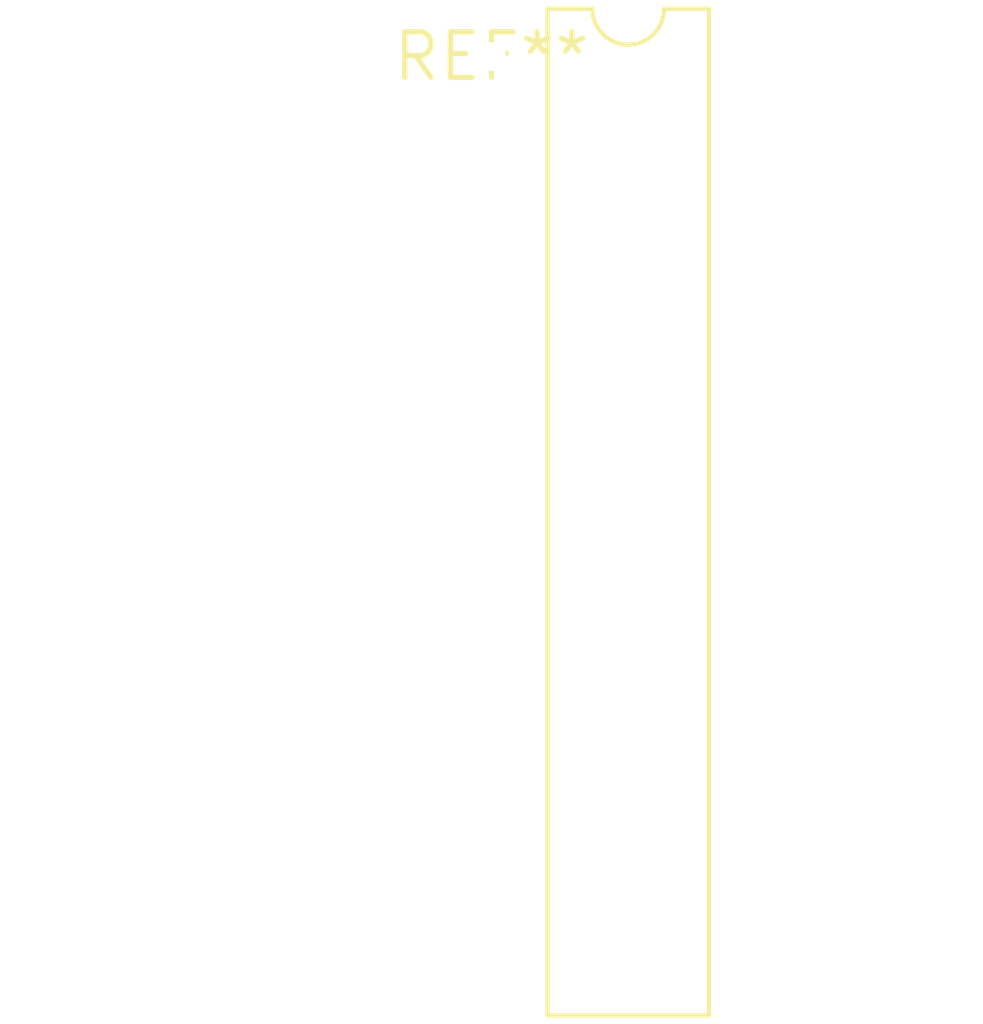
<source format=kicad_pcb>
(kicad_pcb (version 20240108) (generator pcbnew)
  (layers (0 "F.Cu" signal) (31 "B.Cu" signal) (34 "B.Paste" user) (35 "F.Paste" user) (36 "B.SilkS" user "B.Silkscreen") (37 "F.SilkS" user "F.Silkscreen") (38 "B.Mask" user) (39 "F.Mask" user) (44 "Edge.Cuts" user))
  (net 0 "")
  (footprint "DIP-22_W7.62mm_LongPads" (layer "F.Cu") (at 0 0)
    (property "Reference" "REF**")
    (property "Value" "DIP-22_W7.62mm_LongPads")
    (fp_line (start 1.56 -1.33) (end 1.56 26.73) (layer "F.SilkS") (stroke (width 0.12)))
    (fp_line (start 1.56 26.73) (end 6.06 26.73) (layer "F.SilkS") (stroke (width 0.12)))
    (fp_line (start 2.81 -1.33) (end 1.56 -1.33) (layer "F.SilkS") (stroke (width 0.12)))
    (fp_line (start 6.06 -1.33) (end 4.81 -1.33) (layer "F.SilkS") (stroke (width 0.12)))
    (fp_line (start 6.06 26.73) (end 6.06 -1.33) (layer "F.SilkS") (stroke (width 0.12)))
    (fp_arc (start 4.81 -1.33) (mid 3.81 -0.33) (end 2.81 -1.33) (layer "F.SilkS") (stroke (width 0.12)))
    (pad "1" thru_hole rect (at 0 0) (size 2.4 1.6) (drill 0.8) (layers *.Cu *.Mask) (remove_unused_layers))
    (pad "2" thru_hole oval (at 0 2.54) (size 2.4 1.6) (drill 0.8) (layers *.Cu *.Mask) (remove_unused_layers))
    (pad "3" thru_hole oval (at 0 5.08) (size 2.4 1.6) (drill 0.8) (layers *.Cu *.Mask) (remove_unused_layers))
    (pad "4" thru_hole oval (at 0 7.62) (size 2.4 1.6) (drill 0.8) (layers *.Cu *.Mask) (remove_unused_layers))
    (pad "5" thru_hole oval (at 0 10.16) (size 2.4 1.6) (drill 0.8) (layers *.Cu *.Mask) (remove_unused_layers))
    (pad "6" thru_hole oval (at 0 12.7) (size 2.4 1.6) (drill 0.8) (layers *.Cu *.Mask) (remove_unused_layers))
    (pad "7" thru_hole oval (at 0 15.24) (size 2.4 1.6) (drill 0.8) (layers *.Cu *.Mask) (remove_unused_layers))
    (pad "8" thru_hole oval (at 0 17.78) (size 2.4 1.6) (drill 0.8) (layers *.Cu *.Mask) (remove_unused_layers))
    (pad "9" thru_hole oval (at 0 20.32) (size 2.4 1.6) (drill 0.8) (layers *.Cu *.Mask) (remove_unused_layers))
    (pad "10" thru_hole oval (at 0 22.86) (size 2.4 1.6) (drill 0.8) (layers *.Cu *.Mask) (remove_unused_layers))
    (pad "11" thru_hole oval (at 0 25.4) (size 2.4 1.6) (drill 0.8) (layers *.Cu *.Mask) (remove_unused_layers))
    (pad "12" thru_hole oval (at 7.62 25.4) (size 2.4 1.6) (drill 0.8) (layers *.Cu *.Mask) (remove_unused_layers))
    (pad "13" thru_hole oval (at 7.62 22.86) (size 2.4 1.6) (drill 0.8) (layers *.Cu *.Mask) (remove_unused_layers))
    (pad "14" thru_hole oval (at 7.62 20.32) (size 2.4 1.6) (drill 0.8) (layers *.Cu *.Mask) (remove_unused_layers))
    (pad "15" thru_hole oval (at 7.62 17.78) (size 2.4 1.6) (drill 0.8) (layers *.Cu *.Mask) (remove_unused_layers))
    (pad "16" thru_hole oval (at 7.62 15.24) (size 2.4 1.6) (drill 0.8) (layers *.Cu *.Mask) (remove_unused_layers))
    (pad "17" thru_hole oval (at 7.62 12.7) (size 2.4 1.6) (drill 0.8) (layers *.Cu *.Mask) (remove_unused_layers))
    (pad "18" thru_hole oval (at 7.62 10.16) (size 2.4 1.6) (drill 0.8) (layers *.Cu *.Mask) (remove_unused_layers))
    (pad "19" thru_hole oval (at 7.62 7.62) (size 2.4 1.6) (drill 0.8) (layers *.Cu *.Mask) (remove_unused_layers))
    (pad "20" thru_hole oval (at 7.62 5.08) (size 2.4 1.6) (drill 0.8) (layers *.Cu *.Mask) (remove_unused_layers))
    (pad "21" thru_hole oval (at 7.62 2.54) (size 2.4 1.6) (drill 0.8) (layers *.Cu *.Mask) (remove_unused_layers))
    (pad "22" thru_hole oval (at 7.62 0) (size 2.4 1.6) (drill 0.8) (layers *.Cu *.Mask) (remove_unused_layers))
  )
)
</source>
